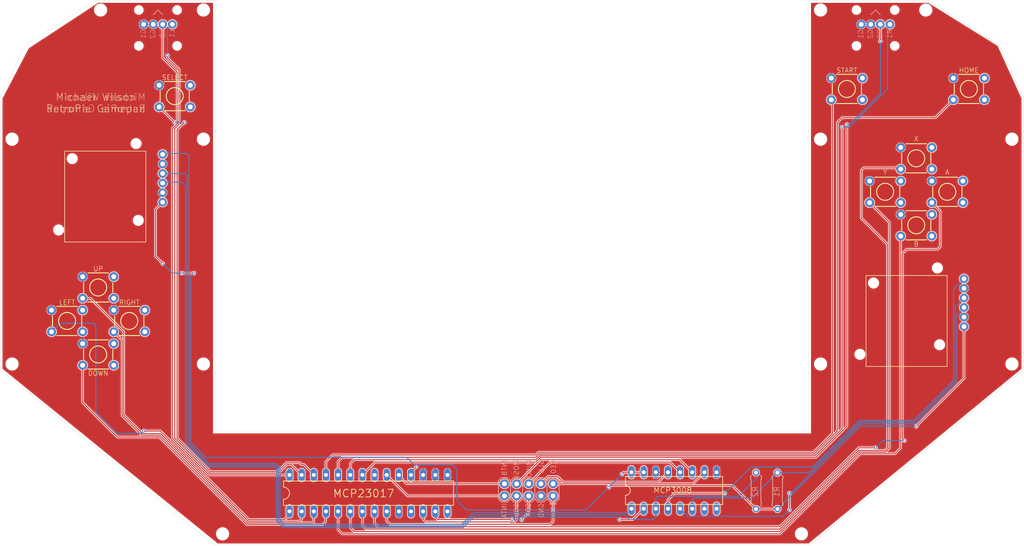
<source format=kicad_pcb>
(kicad_pcb (version 20240108) (generator "pcbnew") (generator_version "8.0")
  (title_block (title "RetroPie Gamepad") (date "2025-02-09") (rev "3"))
  (layers (0 "F.Cu" signal) (31 "B.Cu" signal) (34 "B.Paste" user) (35 "F.Paste" user) (36 "B.SilkS" user "B.Silkscreen") (37 "F.SilkS" user "F.Silkscreen") (38 "B.Mask" user) (39 "F.Mask" user) (44 "Edge.Cuts" user))
  (net 0 "")
  (net 1 "GND")
  (net 2 "MCP23017_GPB1")
  (net 3 "MCP23017_GPB3")
  (net 4 "MCP23017_GPB0")
  (net 5 "MCP23017_GPB2")
  (net 6 "MCP23017_GPB7")
  (net 7 "MCP23017_GPB4")
  (net 8 "MCP23017_GPB6")
  (net 9 "MCP23017_GPB5")
  (net 10 "MCP23017_GPA4")
  (net 11 "MCP23017_GPA5")
  (net 12 "MCP23017_GPA3")
  (net 13 "MCP23017_GPA6")
  (net 14 "MCP23017_GPA7")
  (net 15 "MCP23017_GPA2")
  (net 16 "MCP23017_GPA1")
  (net 17 "MCP3008_CH0")
  (net 18 "MCP3008_CH1")
  (net 19 "MCP3008_CH2")
  (net 20 "VCC")
  (net 21 "MCP3008_CH3")
  (net 22 "MCP3008_CH4")
  (net 23 "MCP3008_CH5")
  (net 24 "MCP3008_CH6")
  (net 25 "MCP3008_CH7")
  (net 26 "PI_SLK")
  (net 27 "PI_MISO")
  (net 28 "PI_MOSI")
  (net 29 "PI_CE0")
  (net 30 "PI_SCL")
  (net 31 "PI_SDA")
  (net 32 "MCP23017_GPA0")
  (net 33 "PI_INTA")
  (net 34 "PI_INTB")
  (footprint "gamepad:TACTILE_SWITCH_PTH_6.0MM_535" (layer "F.Cu") (at 218.5 66.5)
    (property "Reference" "START")
    (property "Value" "MOMENTARY-SWITCH-SPST-PTH-6.0MM" (hide yes))
  )
  (footprint "gamepad:TACTILE_SWITCH_PTH_6.0MM_535" (layer "F.Cu") (at 78 68)
    (property "Reference" "SELECT")
    (property "Value" "MOMENTARY-SWITCH-SPST-PTH-6.0MM" (hide yes))
  )
  (footprint "gamepad:TACTILE_SWITCH_PTH_6.0MM_535" (layer "F.Cu") (at 244 66.5)
    (property "Reference" "HOME")
    (property "Value" "MOMENTARY-SWITCH-SPST-PTH-6.0MM" (hide yes))
  )
  (footprint "gamepad:TACTILE_SWITCH_PTH_6.0MM_535" (layer "F.Cu") (at 233 81)
    (property "Reference" "X")
    (property "Value" "MOMENTARY-SWITCH-SPST-PTH-6.0MM" (hide yes))
  )
  (footprint "gamepad:TACTILE_SWITCH_PTH_6.0MM_535" (layer "F.Cu") (at 62 108)
    (property "Reference" "UP")
    (property "Value" "MOMENTARY-SWITCH-SPST-PTH-6.0MM" (hide yes))
  )
  (footprint "gamepad:TACTILE_SWITCH_PTH_6.0MM_535" (layer "F.Cu") (at 226.5 88)
    (property "Reference" "Y")
    (property "Value" "MOMENTARY-SWITCH-SPST-PTH-6.0MM" (hide yes))
  )
  (footprint "gamepad:TACTILE_SWITCH_PTH_6.0MM_535" (layer "F.Cu") (at 62 122)
    (property "Reference" "DOWN")
    (property "Value" "MOMENTARY-SWITCH-SPST-PTH-6.0MM" (hide yes))
  )
  (footprint "gamepad:TACTILE_SWITCH_PTH_6.0MM_535" (layer "F.Cu") (at 233 95)
    (property "Reference" "B")
    (property "Value" "MOMENTARY-SWITCH-SPST-PTH-6.0MM" (hide yes))
  )
  (footprint "gamepad:5628" (layer "F.Cu") (at 222.5 124.5)
    (property "Reference" "RIGHT_STICK0" (hide yes))
    (property "Value" "5628" (hide yes))
  )
  (footprint "gamepad:TACTILE_SWITCH_PTH_6.0MM_535" (layer "F.Cu") (at 55.5 115)
    (property "Reference" "LEFT")
    (property "Value" "MOMENTARY-SWITCH-SPST-PTH-6.0MM" (hide yes))
  )
  (footprint "gamepad:TACTILE_SWITCH_PTH_6.0MM_535" (layer "F.Cu") (at 239.5 88)
    (property "Reference" "A")
    (property "Value" "MOMENTARY-SWITCH-SPST-PTH-6.0MM" (hide yes))
  )
  (footprint "gamepad:DIL28-3_420" (layer "F.Cu") (at 118.5 151)
    (property "Reference" "IC1" (hide yes))
    (property "Value" "MCP23017")
  )
  (footprint "gamepad:TACTILE_SWITCH_PTH_6.0MM_535" (layer "F.Cu") (at 68.5 115)
    (property "Reference" "RIGHT")
    (property "Value" "MOMENTARY-SWITCH-SPST-PTH-6.0MM" (hide yes))
  )
  (footprint "gamepad:5628" (layer "F.Cu") (at 55 98.5)
    (property "Reference" "LEFT_STICK0" (hide yes))
    (property "Value" "5628" (hide yes))
  )
  (footprint "gamepad:DIL16_420" (layer "F.Cu") (at 182.3711 150.4336)
    (property "Reference" "IC2" (hide yes))
    (property "Value" "MCP3008")
  )
  (footprint "gamepad:2X5_513" (layer "B.Cu") (at 157.08 151.5668 180)
    (property "Reference" "J1" (hide yes))
    (property "Value" "")
  )
  (footprint "gamepad:0207_7_348" (layer "B.Cu") (at 199.5 150.5 -90)
    (property "Reference" "R2")
    (property "Value" "")
  )
  (footprint "gamepad:MJTP2205" (layer "B.Cu") (at 224.5 53)
    (property "Reference" "RIGHT_TRIGGERS0" (hide yes))
    (property "Value" "MJTP2205" (hide yes))
  )
  (footprint "gamepad:0207_7_348" (layer "B.Cu") (at 204 150.5 -90)
    (property "Reference" "R1")
    (property "Value" "")
  )
  (footprint "gamepad:MJTP2205" (layer "B.Cu") (at 74.5 53)
    (property "Reference" "LEFT_TRIGGERS0" (hide yes))
    (property "Value" "MJTP2205" (hide yes))
  )
  (gr_line (start 46.7411 57.3436) (end 41.5011 68.3636) (stroke (width 0.05)) (layer "Edge.Cuts"))
  (gr_line (start 86.5011 162.0736) (end 210.5011 162.0736) (stroke (width 0.05)) (layer "Edge.Cuts"))
  (gr_circle (center 62.5 50) (end 63.85 50) (stroke (width 0.05)) (fill none) (layer "Edge.Cuts"))
  (gr_circle (center 213 50) (end 214.35 50) (stroke (width 0.05)) (fill none) (layer "Edge.Cuts"))
  (gr_circle (center 88 159.5) (end 89.35 159.5) (stroke (width 0.05)) (fill none) (layer "Edge.Cuts"))
  (gr_circle (center 44 77) (end 45.35 77) (stroke (width 0.05)) (fill none) (layer "Edge.Cuts"))
  (gr_line (start 41.5011 68.3636) (end 41.5011 125.1636) (stroke (width 0.05)) (layer "Edge.Cuts"))
  (gr_line (start 86.5011 162.0736) (end 41.5011 125.1636) (stroke (width 0.05)) (layer "Edge.Cuts"))
  (gr_line (start 86.5011 47.9336) (end 61.4911 47.9336) (stroke (width 0.05)) (layer "Edge.Cuts"))
  (gr_circle (center 253 77) (end 254.35 77) (stroke (width 0.05)) (fill none) (layer "Edge.Cuts"))
  (gr_line (start 61.4911 47.9336) (end 46.7411 57.3436) (stroke (width 0.05)) (layer "Edge.Cuts"))
  (gr_circle (center 84 50) (end 85.35 50) (stroke (width 0.05)) (fill none) (layer "Edge.Cuts"))
  (gr_line (start 210.5011 137.9336) (end 86.5011 137.9336) (stroke (width 0.05)) (layer "Edge.Cuts"))
  (gr_circle (center 44 124) (end 45.35 124) (stroke (width 0.05)) (fill none) (layer "Edge.Cuts"))
  (gr_line (start 250.2611 57.3436) (end 235.5111 47.9336) (stroke (width 0.05)) (layer "Edge.Cuts"))
  (gr_circle (center 253 124) (end 254.35 124) (stroke (width 0.05)) (fill none) (layer "Edge.Cuts"))
  (gr_line (start 255.5011 68.3636) (end 250.2611 57.3436) (stroke (width 0.05)) (layer "Edge.Cuts"))
  (gr_line (start 86.5011 137.9336) (end 86.5011 47.9336) (stroke (width 0.05)) (layer "Edge.Cuts"))
  (gr_line (start 255.5011 125.1636) (end 255.5011 68.3636) (stroke (width 0.05)) (layer "Edge.Cuts"))
  (gr_line (start 235.5111 47.9336) (end 210.5011 47.9336) (stroke (width 0.05)) (layer "Edge.Cuts"))
  (gr_circle (center 213 77) (end 214.35 77) (stroke (width 0.05)) (fill none) (layer "Edge.Cuts"))
  (gr_line (start 210.5011 162.0736) (end 255.5011 125.1636) (stroke (width 0.05)) (layer "Edge.Cuts"))
  (gr_circle (center 213 124) (end 214.35 124) (stroke (width 0.05)) (fill none) (layer "Edge.Cuts"))
  (gr_circle (center 209 159.5) (end 210.35 159.5) (stroke (width 0.05)) (fill none) (layer "Edge.Cuts"))
  (gr_circle (center 84 124) (end 85.35 124) (stroke (width 0.05)) (fill none) (layer "Edge.Cuts"))
  (gr_circle (center 235 50) (end 236.35 50) (stroke (width 0.05)) (fill none) (layer "Edge.Cuts"))
  (gr_line (start 210.5011 47.9336) (end 210.5011 137.9336) (stroke (width 0.05)) (layer "Edge.Cuts"))
  (gr_circle (center 84 77) (end 85.35 77) (stroke (width 0.05)) (fill none) (layer "Edge.Cuts"))
  (gr_text "SDA" (at 152.5 153 90) (layer "B.SilkS") (effects (font (size 1 1) (thickness 0.1)) (justify left bottom mirror)))
  (gr_text "GND" (at 155.2 153 90) (layer "B.SilkS") (effects (font (size 1 1) (thickness 0.1)) (justify left bottom mirror)))
  (gr_text "MISO" (at 152.7 144 90) (layer "B.SilkS") (effects (font (size 1 1) (thickness 0.1)) (justify left bottom mirror)))
  (gr_text "INTA" (at 147.5 153 90) (layer "B.SilkS") (effects (font (size 1 1) (thickness 0.1)) (justify left bottom mirror)))
  (gr_text "MOSI" (at 150 144 90) (layer "B.SilkS") (effects (font (size 1 1) (thickness 0.1)) (justify left bottom mirror)))
  (gr_text "CE0" (at 157.75 144 90) (layer "B.SilkS") (effects (font (size 1 1) (thickness 0.1)) (justify left bottom mirror)))
  (gr_text "SLK" (at 155.2 144 90) (layer "B.SilkS") (effects (font (size 1 1) (thickness 0.1)) (justify left bottom mirror)))
  (gr_text "INTB" (at 147.5 144 90) (layer "B.SilkS") (effects (font (size 1 1) (thickness 0.1)) (justify left bottom mirror)))
  (gr_text "Michael Wilson\nRetroPie Gamepad" (at 72 71.5 0) (layer "B.SilkS") (effects (font (size 1.5 1.5) (thickness 0.1)) (justify left bottom mirror)))
  (gr_text "SCL" (at 150 153 90) (layer "B.SilkS") (effects (font (size 1 1) (thickness 0.1)) (justify left bottom mirror)))
  (gr_text "Michael Wilson\nRetroPie Gamepad" (at 61.5 71.5 0) (layer "F.SilkS") (effects (font (size 1.5 1.5) (thickness 0.1)) (justify bottom)))
  (segment (start 104.53 156.47) (end 104.1476 156.8524) (width 0.2) (layer "F.Cu") (net 2))
  (segment (start 104.1476 156.8524) (end 93.3524 156.8524) (width 0.2) (layer "F.Cu") (net 2))
  (segment (start 60.347713 110.2606) (end 58.7488 110.2606) (width 0.2) (layer "F.Cu") (net 2))
  (segment (start 71.271188 138.5524) (end 67.3524 134.633612) (width 0.2) (layer "F.Cu") (net 2))
  (segment (start 93.3524 156.8524) (end 75.0524 138.5524) (width 0.2) (layer "F.Cu") (net 2))
  (segment (start 75.0524 138.5524) (end 71.271188 138.5524) (width 0.2) (layer "F.Cu") (net 2))
  (segment (start 67.3524 117.265287) (end 60.347713 110.2606) (width 0.2) (layer "F.Cu") (net 2))
  (segment (start 67.3524 134.633612) (end 67.3524 117.265287) (width 0.2) (layer "F.Cu") (net 2))
  (segment (start 104.53 154.81) (end 104.53 156.47) (width 0.2) (layer "F.Cu") (net 2))
  (segment (start 109.5 157) (end 108.9428 157.5572) (width 0.2) (layer "F.Cu") (net 3))
  (segment (start 109.5 154.92) (end 109.5 157) (width 0.2) (layer "F.Cu") (net 3))
  (segment (start 108.9428 157.5572) (end 93.0572 157.5572) (width 0.2) (layer "F.Cu") (net 3))
  (segment (start 74.7572 139.2572) (end 65.975988 139.2572) (width 0.2) (layer "F.Cu") (net 3))
  (segment (start 93.0572 157.5572) (end 74.7572 139.2572) (width 0.2) (layer "F.Cu") (net 3))
  (segment (start 65.975988 139.2572) (end 58.7488 132.030012) (width 0.2) (layer "F.Cu") (net 3))
  (segment (start 109.61 154.81) (end 109.5 154.92) (width 0.2) (layer "F.Cu") (net 3))
  (segment (start 58.7488 132.030012) (end 58.7488 124.2606) (width 0.2) (layer "F.Cu") (net 3))
  (segment (start 75 138) (end 93.5 156.5) (width 0.2) (layer "F.Cu") (net 4))
  (segment (start 93.5 156.5) (end 101 156.5) (width 0.2) (layer "F.Cu") (net 4))
  (segment (start 101 156.5) (end 101.99 155.51) (width 0.2) (layer "F.Cu") (net 4))
  (segment (start 71.5 138) (end 75 138) (width 0.2) (layer "F.Cu") (net 4))
  (segment (start 101.99 155.51) (end 101.99 154.81) (width 0.2) (layer "F.Cu") (net 4))
  (via (at 71.5 138) (size 0.6) (drill 0.3) (layers "F.Cu" "B.Cu") (net 4))
  (segment (start 54 115.5) (end 53.5 116) (width 0.2) (layer "B.Cu") (net 4))
  (segment (start 53.5 116.0094) (end 52.2488 117.2606) (width 0.2) (layer "B.Cu") (net 4))
  (segment (start 61.5 116) (end 61 115.5) (width 0.2) (layer "B.Cu") (net 4))
  (segment (start 61 115.5) (end 54 115.5) (width 0.2) (layer "B.Cu") (net 4))
  (segment (start 53.5 116) (end 53.5 116.0094) (width 0.2) (layer "B.Cu") (net 4))
  (segment (start 71 138.5) (end 66 138.5) (width 0.2) (layer "B.Cu") (net 4))
  (segment (start 61.5 134) (end 61.5 116) (width 0.2) (layer "B.Cu") (net 4))
  (segment (start 71.5 138) (end 71 138.5) (width 0.2) (layer "B.Cu") (net 4))
  (segment (start 66 138.5) (end 61.5 134) (width 0.2) (layer "B.Cu") (net 4))
  (segment (start 107.07 154.81) (end 107.07 156.93) (width 0.2) (layer "F.Cu") (net 5))
  (segment (start 67 134.779581) (end 67 119.0118) (width 0.2) (layer "F.Cu") (net 5))
  (segment (start 107.07 156.93) (end 106.7952 157.2048) (width 0.2) (layer "F.Cu") (net 5))
  (segment (start 74.9048 138.9048) (end 71.125219 138.9048) (width 0.2) (layer "F.Cu") (net 5))
  (segment (start 107.07 154.81) (end 107.07 154.57) (width 0.2) (layer "F.Cu") (net 5))
  (segment (start 71.125219 138.9048) (end 67 134.779581) (width 0.2) (layer "F.Cu") (net 5))
  (segment (start 93.2048 157.2048) (end 74.9048 138.9048) (width 0.2) (layer "F.Cu") (net 5))
  (segment (start 106.7952 157.2048) (end 93.2048 157.2048) (width 0.2) (layer "F.Cu") (net 5))
  (segment (start 67 119.0118) (end 65.2488 117.2606) (width 0.2) (layer "F.Cu") (net 5))
  (segment (start 120.5 158) (end 119.77 157.27) (width 0.2) (layer "F.Cu") (net 6))
  (segment (start 238 92.0118) (end 238 99.5) (width 0.2) (layer "F.Cu") (net 6))
  (segment (start 230.1012 100.8988) (end 230.1012 139.6012) (width 0.2) (layer "F.Cu") (net 6))
  (segment (start 224.5 141.5) (end 221 141.5) (width 0.2) (layer "F.Cu") (net 6))
  (segment (start 119.77 157.27) (end 119.77 154.81) (width 0.2) (layer "F.Cu") (net 6))
  (segment (start 221 141.5) (end 204.5 158) (width 0.2) (layer "F.Cu") (net 6))
  (segment (start 237.5 100) (end 231 100) (width 0.2) (layer "F.Cu") (net 6))
  (segment (start 238 99.5) (end 237.5 100) (width 0.2) (layer "F.Cu") (net 6))
  (segment (start 204.5 158) (end 120.5 158) (width 0.2) (layer "F.Cu") (net 6))
  (segment (start 236.2488 90.2606) (end 238 92.0118) (width 0.2) (layer "F.Cu") (net 6))
  (segment (start 231 100) (end 230.1012 100.8988) (width 0.2) (layer "F.Cu") (net 6))
  (segment (start 230.1012 139.6012) (end 230.5 140) (width 0.2) (layer "F.Cu") (net 6))
  (via (at 224.5 141.5) (size 0.6) (drill 0.3) (layers "F.Cu" "B.Cu") (net 6))
  (via (at 230.5 140) (size 0.6) (drill 0.3) (layers "F.Cu" "B.Cu") (net 6))
  (segment (start 224.5 141.5) (end 226 140) (width 0.2) (layer "B.Cu") (net 6))
  (segment (start 226 140) (end 230.5 140) (width 0.2) (layer "B.Cu") (net 6))
  (segment (start 112.15 158.65) (end 113 159.5) (width 0.2) (layer "F.Cu") (net 7))
  (segment (start 113 159.5) (end 204.5 159.5) (width 0.2) (layer "F.Cu") (net 7))
  (segment (start 112.15 154.81) (end 112.15 158.65) (width 0.2) (layer "F.Cu") (net 7))
  (segment (start 221.2428 142.7572) (end 228.52075 142.7572) (width 0.2) (layer "F.Cu") (net 7))
  (segment (start 228.52075 142.7572) (end 229.7488 141.52915) (width 0.2) (layer "F.Cu") (net 7))
  (segment (start 204.5 159.5) (end 221.2428 142.7572) (width 0.2) (layer "F.Cu") (net 7))
  (segment (start 229.7488 141.52915) (end 229.7488 97.2606) (width 0.2) (layer "F.Cu") (net 7))
  (segment (start 117.23 157.73) (end 118 158.5) (width 0.2) (layer "F.Cu") (net 8))
  (segment (start 227 141.5) (end 227 99) (width 0.2) (layer "F.Cu") (net 8))
  (segment (start 117.23 154.81) (end 117.23 157.73) (width 0.2) (layer "F.Cu") (net 8))
  (segment (start 226.4476 142.0524) (end 227 141.5) (width 0.2) (layer "F.Cu") (net 8))
  (segment (start 222 83) (end 229.4882 83) (width 0.2) (layer "F.Cu") (net 8))
  (segment (start 227 99) (end 221.5 93.5) (width 0.2) (layer "F.Cu") (net 8))
  (segment (start 118 158.5) (end 204.5 158.5) (width 0.2) (layer "F.Cu") (net 8))
  (segment (start 229.4882 83) (end 229.7488 83.2606) (width 0.2) (layer "F.Cu") (net 8))
  (segment (start 221.5 93.5) (end 221.5 83.5) (width 0.2) (layer "F.Cu") (net 8))
  (segment (start 204.5 158.5) (end 220.9476 142.0524) (width 0.2) (layer "F.Cu") (net 8))
  (segment (start 221.5 83.5) (end 222 83) (width 0.2) (layer "F.Cu") (net 8))
  (segment (start 220.9476 142.0524) (end 226.4476 142.0524) (width 0.2) (layer "F.Cu") (net 8))
  (segment (start 227.3524 94.3642) (end 223.2488 90.2606) (width 0.2) (layer "F.Cu") (net 9))
  (segment (start 221.0952 142.4048) (end 226.593568 142.4048) (width 0.2) (layer "F.Cu") (net 9))
  (segment (start 114.69 158.19) (end 115.5 159) (width 0.2) (layer "F.Cu") (net 9))
  (segment (start 226.998369 142) (end 227.3524 141.645969) (width 0.2) (layer "F.Cu") (net 9))
  (segment (start 227.3524 141.645969) (end 227.3524 94.3642) (width 0.2) (layer "F.Cu") (net 9))
  (segment (start 115.5 159) (end 204.5 159) (width 0.2) (layer "F.Cu") (net 9))
  (segment (start 114.69 154.81) (end 114.69 158.19) (width 0.2) (layer "F.Cu") (net 9))
  (segment (start 226.593568 142.4048) (end 226.998369 142) (width 0.2) (layer "F.Cu") (net 9))
  (segment (start 204.5 159) (end 221.0952 142.4048) (width 0.2) (layer "F.Cu") (net 9))
  (segment (start 211.562096 142.4428) (end 215.5 138.504896) (width 0.2) (layer "F.Cu") (net 10))
  (segment (start 154.050526 142.4428) (end 211.562096 142.4428) (width 0.2) (layer "F.Cu") (net 10))
  (segment (start 153.844095 142.649231) (end 154.050526 142.4428) (width 0.2) (layer "F.Cu") (net 10))
  (segment (start 215.5 138.504896) (end 215.5 69.0118) (width 0.2) (layer "F.Cu") (net 10))
  (segment (start 215.5 69.0118) (end 215.2488 68.7606) (width 0.2) (layer "F.Cu") (net 10))
  (segment (start 111 143) (end 153.493327 143) (width 0.2) (layer "F.Cu") (net 10))
  (segment (start 109.61 147.19) (end 109.61 144.39) (width 0.2) (layer "F.Cu") (net 10))
  (segment (start 153.493327 143) (end 153.844095 142.649231) (width 0.2) (layer "F.Cu") (net 10))
  (segment (start 109.61 144.39) (end 111 143) (width 0.2) (layer "F.Cu") (net 10))
  (segment (start 78.5 75) (end 80 73.5) (width 0.2) (layer "F.Cu") (net 11))
  (segment (start 78.5 139.501632) (end 78.5 75) (width 0.2) (layer "F.Cu") (net 11))
  (segment (start 104.1476 144.6476) (end 101.3376 144.6476) (width 0.2) (layer "F.Cu") (net 11))
  (segment (start 107.07 147.19) (end 107.07 147.07) (width 0.2) (layer "F.Cu") (net 11))
  (segment (start 74.7488 70.2606) (end 77.9882 73.5) (width 0.2) (layer "F.Cu") (net 11))
  (segment (start 99.5 146.4852) (end 85.483568 146.4852) (width 0.2) (layer "F.Cu") (net 11))
  (segment (start 104.5 145) (end 104.1476 144.6476) (width 0.2) (layer "F.Cu") (net 11))
  (segment (start 107.07 147.07) (end 105 145) (width 0.2) (layer "F.Cu") (net 11))
  (segment (start 77.9882 73.5) (end 78 73.5) (width 0.2) (layer "F.Cu") (net 11))
  (segment (start 101.3376 144.6476) (end 99.5 146.4852) (width 0.2) (layer "F.Cu") (net 11))
  (segment (start 105 145) (end 104.5 145) (width 0.2) (layer "F.Cu") (net 11))
  (segment (start 85.483568 146.4852) (end 78.5 139.501632) (width 0.2) (layer "F.Cu") (net 11))
  (via (at 80 73.5) (size 0.6) (drill 0.3) (layers "F.Cu" "B.Cu") (net 11))
  (via (at 78 73.5) (size 0.6) (drill 0.3) (layers "F.Cu" "B.Cu") (net 11))
  (segment (start 80 73.5) (end 78 73.5) (width 0.2) (layer "B.Cu") (net 11))
  (segment (start 112.15 144.35) (end 113 143.5) (width 0.2) (layer "F.Cu") (net 12))
  (segment (start 217.5 72.5) (end 237.0094 72.5) (width 0.2) (layer "F.Cu") (net 12))
  (segment (start 237.0094 72.5) (end 240.7488 68.7606) (width 0.2) (layer "F.Cu") (net 12))
  (segment (start 154.196495 142.7952) (end 211.708064 142.7952) (width 0.2) (layer "F.Cu") (net 12))
  (segment (start 113 143.5) (end 153.491695 143.5) (width 0.2) (layer "F.Cu") (net 12))
  (segment (start 211.708064 142.7952) (end 216.5 138.003264) (width 0.2) (layer "F.Cu") (net 12))
  (segment (start 216.5 138.003264) (end 216.5 73.5) (width 0.2) (layer "F.Cu") (net 12))
  (segment (start 112.15 147.19) (end 112.15 144.35) (width 0.2) (layer "F.Cu") (net 12))
  (segment (start 216.5 73.5) (end 217.5 72.5) (width 0.2) (layer "F.Cu") (net 12))
  (segment (start 153.491695 143.5) (end 154.196495 142.7952) (width 0.2) (layer "F.Cu") (net 12))
  (segment (start 78.9048 62.4048) (end 78.9048 73.87478) (width 0.2) (layer "F.Cu") (net 13))
  (segment (start 102.34 145) (end 104.53 147.19) (width 0.2) (layer "F.Cu") (net 13))
  (segment (start 101.5 145) (end 102.34 145) (width 0.2) (layer "F.Cu") (net 13))
  (segment (start 76.5 60) (end 78.9048 62.4048) (width 0.2) (layer "F.Cu") (net 13))
  (segment (start 76.5 59.5) (end 76.5 60) (width 0.2) (layer "F.Cu") (net 13))
  (segment (start 78 74.77958) (end 78 139.5) (width 0.2) (layer "F.Cu") (net 13))
  (segment (start 78 139.5) (end 85.3376 146.8376) (width 0.2) (layer "F.Cu") (net 13))
  (segment (start 99.6624 146.8376) (end 101.5 145) (width 0.2) (layer "F.Cu") (net 13))
  (segment (start 78.9048 73.87478) (end 78 74.77958) (width 0.2) (layer "F.Cu") (net 13))
  (segment (start 85.3376 146.8376) (end 99.6624 146.8376) (width 0.2) (layer "F.Cu") (net 13))
  (via (at 76.5 59.5) (size 0.6) (drill 0.3) (layers "F.Cu" "B.Cu") (net 13))
  (segment (start 76.5 59.5) (end 76.5 54) (width 0.2) (layer "B.Cu") (net 13))
  (segment (start 76.5 54) (end 77.5 53) (width 0.2) (layer "B.Cu") (net 13))
  (segment (start 77.5 139.5) (end 77.5 74.781212) (width 0.2) (layer "F.Cu") (net 14))
  (segment (start 75.5 60) (end 75.5 53) (width 0.2) (layer "F.Cu") (net 14))
  (segment (start 78.5 63) (end 75.5 60) (width 0.2) (layer "F.Cu") (net 14))
  (segment (start 101.99 147.19) (end 85.19 147.19) (width 0.2) (layer "F.Cu") (net 14))
  (segment (start 78.5 73.218788) (end 78.5 63) (width 0.2) (layer "F.Cu") (net 14))
  (segment (start 77.5 74.781212) (end 78.5524 73.728812) (width 0.2) (layer "F.Cu") (net 14))
  (segment (start 85.19 147.19) (end 77.5 139.5) (width 0.2) (layer "F.Cu") (net 14))
  (segment (start 78.5524 73.271188) (end 78.5 73.218788) (width 0.2) (layer "F.Cu") (net 14))
  (segment (start 78.5524 73.728812) (end 78.5524 73.271188) (width 0.2) (layer "F.Cu") (net 14))
  (segment (start 154.342464 143.1476) (end 153.490064 144) (width 0.2) (layer "F.Cu") (net 15))
  (segment (start 217.5 74.5) (end 217.5 137.501632) (width 0.2) (layer "F.Cu") (net 15))
  (segment (start 114.69 144.81) (end 114.69 147.19) (width 0.2) (layer "F.Cu") (net 15))
  (segment (start 115.5 144) (end 114.69 144.81) (width 0.2) (layer "F.Cu") (net 15))
  (segment (start 217.5 137.501632) (end 211.854032 143.1476) (width 0.2) (layer "F.Cu") (net 15))
  (segment (start 153.490064 144) (end 115.5 144) (width 0.2) (layer "F.Cu") (net 15))
  (segment (start 211.854032 143.1476) (end 154.342464 143.1476) (width 0.2) (layer "F.Cu") (net 15))
  (via (at 217.5 74.5) (size 0.6) (drill 0.3) (layers "F.Cu" "B.Cu") (net 15))
  (segment (start 227 66.5) (end 227 53.5) (width 0.2) (layer "B.Cu") (net 15))
  (segment (start 227.5 53) (end 227.5 52.5) (width 0.2) (layer "B.Cu") (net 15))
  (segment (start 219 74.5) (end 227 66.5) (width 0.2) (layer "B.Cu") (net 15))
  (segment (start 227 53.5) (end 227.5 53) (width 0.2) (layer "B.Cu") (net 15))
  (segment (start 217.5 74.5) (end 219 74.5) (width 0.2) (layer "B.Cu") (net 15))
  (segment (start 218.5 73.9476) (end 218.5 137) (width 0.2) (layer "F.Cu") (net 16))
  (segment (start 225.5 53) (end 225.5 56.5) (width 0.2) (layer "F.Cu") (net 16))
  (segment (start 153.488432 144.5) (end 119.92 144.5) (width 0.2) (layer "F.Cu") (net 16))
  (segment (start 154.488432 143.5) (end 153.488432 144.5) (width 0.2) (layer "F.Cu") (net 16))
  (segment (start 119.92 144.5) (end 117.23 147.19) (width 0.2) (layer "F.Cu") (net 16))
  (segment (start 212 143.5) (end 154.488432 143.5) (width 0.2) (layer "F.Cu") (net 16))
  (segment (start 218.5 137) (end 212 143.5) (width 0.2) (layer "F.Cu") (net 16))
  (via (at 225.5 56.5) (size 0.6) (drill 0.3) (layers "F.Cu" "B.Cu") (net 16))
  (via (at 218.5 73.9476) (size 0.6) (drill 0.3) (layers "F.Cu" "B.Cu") (net 16))
  (segment (start 225.5 67.5) (end 219 74) (width 0.2) (layer "B.Cu") (net 16))
  (segment (start 219 74) (end 218.5524 74) (width 0.2) (layer "B.Cu") (net 16))
  (segment (start 218.5524 74) (end 218.5 73.9476) (width 0.2) (layer "B.Cu") (net 16))
  (segment (start 225.5 56.5) (end 225.5 67.5) (width 0.2) (layer "B.Cu") (net 16))
  (segment (start 140 155.5) (end 140.001632 155.5) (width 0.2) (layer "B.Cu") (net 17))
  (segment (start 85.2952 144.7952) (end 99.293569 144.7952) (width 0.2) (layer "B.Cu") (net 17))
  (segment (start 75.475 80.175) (end 75.65 80) (width 0.2) (layer "B.Cu") (net 17))
  (segment (start 81 140.5) (end 85.2952 144.7952) (width 0.2) (layer "B.Cu") (net 17))
  (segment (start 138 157.5) (end 140 155.5) (width 0.2) (layer "B.Cu") (net 17))
  (segment (start 140.001632 155.5) (end 140.449232 155.0524) (width 0.2) (layer "B.Cu") (net 17))
  (segment (start 100 156.5) (end 101 157.5) (width 0.2) (layer "B.Cu") (net 17))
  (segment (start 140.449232 155.0524) (end 172.6723 155.0524) (width 0.2) (layer "B.Cu") (net 17))
  (segment (start 101 157.5) (end 138 157.5) (width 0.2) (layer "B.Cu") (net 17))
  (segment (start 172.6723 155.0524) (end 173.4811 154.2436) (width 0.2) (layer "B.Cu") (net 17))
  (segment (start 100 145.501631) (end 100 156.5) (width 0.2) (layer "B.Cu") (net 17))
  (segment (start 81 80.5) (end 81 140.5) (width 0.2) (layer "B.Cu") (net 17))
  (segment (start 80.5 80) (end 81 80.5) (width 0.2) (layer "B.Cu") (net 17))
  (segment (start 75.65 80) (end 80.5 80) (width 0.2) (layer "B.Cu") (net 17))
  (segment (start 99.293569 144.7952) (end 100 145.501631) (width 0.2) (layer "B.Cu") (net 17))
  (segment (start 171 156.5) (end 173.7647 156.5) (width 0.2) (layer "F.Cu") (net 18))
  (segment (start 173.7647 156.5) (end 176.0211 154.2436) (width 0.2) (layer "F.Cu") (net 18))
  (via (at 171 156.5) (size 0.6) (drill 0.3) (layers "F.Cu" "B.Cu") (net 18))
  (segment (start 79.5 86) (end 80.2572 86.7572) (width 0.2) (layer "B.Cu") (net 18))
  (segment (start 80.2572 86.7572) (end 80.2572 140.7572) (width 0.2) (layer "B.Cu") (net 18))
  (segment (start 100.706431 158.2048) (end 138.2952 158.2048) (width 0.2) (layer "B.Cu") (net 18))
  (segment (start 100.5 158) (end 100.501631 158) (width 0.2) (layer "B.Cu") (net 18))
  (segment (start 75.475 86.175) (end 75.65 86) (width 0.2) (layer "B.Cu") (net 18))
  (segment (start 85 145.5) (end 99 145.5) (width 0.2) (layer "B.Cu") (net 18))
  (segment (start 75.65 86) (end 79.5 86) (width 0.2) (layer "B.Cu") (net 18))
  (segment (start 170.5 156) (end 171 156.5) (width 0.2) (layer "B.Cu") (net 18))
  (segment (start 138.2952 158.2048) (end 140.5 156) (width 0.2) (layer "B.Cu") (net 18))
  (segment (start 100.501631 158) (end 100.706431 158.2048) (width 0.2) (layer "B.Cu") (net 18))
  (segment (start 99 145.5) (end 99.2952 145.7952) (width 0.2) (layer "B.Cu") (net 18))
  (segment (start 140.5 156) (end 170.5 156) (width 0.2) (layer "B.Cu") (net 18))
  (segment (start 80.2572 140.7572) (end 85 145.5) (width 0.2) (layer "B.Cu") (net 18))
  (segment (start 99.2952 145.7952) (end 99.2952 156.7952) (width 0.2) (layer "B.Cu") (net 18))
  (segment (start 99.2952 156.7952) (end 100.5 158) (width 0.2) (layer "B.Cu") (net 18))
  (segment (start 195.808394 151.6476) (end 178.9135 151.6476) (width 0.2) (layer "B.Cu") (net 19))
  (segment (start 75.475 84.175) (end 80.175 84.175) (width 0.2) (layer "B.Cu") (net 19))
  (segment (start 178.9135 151.6476) (end 178.5611 152) (width 0.2) (layer "B.Cu") (net 19))
  (segment (start 80.6096 84.6096) (end 80.6096 140.6096) (width 0.2) (layer "B.Cu") (net 19))
  (segment (start 140.5 155.5) (end 172 155.5) (width 0.2) (layer "B.Cu") (net 19))
  (segment (start 138.1476 157.8524) (end 140.5 155.5) (width 0.2) (layer "B.Cu") (net 19))
  (segment (start 85.1476 145.1476) (end 99.1476 145.1476) (width 0.2) (layer "B.Cu") (net 19))
  (segment (start 100.8524 157.8524) (end 138.1476 157.8524) (width 0.2) (layer "B.Cu") (net 19))
  (segment (start 178.5611 152) (end 178.5611 154.2436) (width 0.2) (layer "B.Cu") (net 19))
  (segment (start 178 156.5) (end 178.5611 155.9389) (width 0.2) (layer "B.Cu") (net 19))
  (segment (start 172 155.5) (end 173 156.5) (width 0.2) (layer "B.Cu") (net 19))
  (segment (start 199.5 146.69) (end 199.5 147.955994) (width 0.2) (layer "B.Cu") (net 19))
  (segment (start 178.5611 155.9389) (end 178.5611 154.2436) (width 0.2) (layer "B.Cu") (net 19))
  (segment (start 99.6476 156.6476) (end 100.8524 157.8524) (width 0.2) (layer "B.Cu") (net 19))
  (segment (start 80.175 84.175) (end 80.6096 84.6096) (width 0.2) (layer "B.Cu") (net 19))
  (segment (start 99.1476 145.1476) (end 99.6476 145.6476) (width 0.2) (layer "B.Cu") (net 19))
  (segment (start 99.6476 145.6476) (end 99.6476 156.6476) (width 0.2) (layer "B.Cu") (net 19))
  (segment (start 173 156.5) (end 178 156.5) (width 0.2) (layer "B.Cu") (net 19))
  (segment (start 80.6096 140.6096) (end 85.1476 145.1476) (width 0.2) (layer "B.Cu") (net 19))
  (segment (start 199.5 147.955994) (end 195.808394 151.6476) (width 0.2) (layer "B.Cu") (net 19))
  (segment (start 75.475 90.175) (end 74 91.65) (width 0.2) (layer "F.Cu") (net 20))
  (segment (start 157.08 156.92) (end 157.08 154.5) (width 0.2) (layer "F.Cu") (net 20))
  (segment (start 74 101.5) (end 75.5 103) (width 0.2) (layer "F.Cu") (net 20))
  (segment (start 176.0211 146.6236) (end 173.4811 146.6236) (width 0.2) (layer "F.Cu") (net 20))
  (segment (start 127.39 146.61) (end 128.5 145.5) (width 0.2) (layer "F.Cu") (net 20))
  (segment (start 122.31 154.81) (end 122.31 156.81) (width 0.2) (layer "F.Cu") (net 20))
  (segment (start 173.4811 146.6236) (end 171.8764 146.6236) (width 0.2) (layer "F.Cu") (net 20))
  (segment (start 242.975 116.175) (end 242.975 127.025) (width 0.2) (layer "F.Cu") (net 20))
  (segment (start 74 91.65) (end 74 101.5) (width 0.2) (layer "F.Cu") (net 20))
  (segment (start 157.08 154.5) (end 157.08 151.5668) (width 0.2) (layer "F.Cu") (net 20))
  (segment (start 156.5 157.5) (end 157.08 156.92) (width 0.2) (layer "F.Cu") (net 20))
  (segment (start 168.75 149.75) (end 169.1208 149.3792) (width 0.2) (layer "F.Cu") (net 20))
  (segment (start 169.1208 149.3792) (end 194.5692 149.3792) (width 0.2) (layer "F.Cu") (net 20))
  (segment (start 194.5692 149.3792) (end 199.5 154.31) (width 0.2) (layer "F.Cu") (net 20))
  (segment (start 242.975 127.025) (end 233 137) (width 0.2) (layer "F.Cu") (net 20))
  (segment (start 204 154.31) (end 199.5 154.31) (width 0.2) (layer "F.Cu") (net 20))
  (segment (start 122.31 156.81) (end 123 157.5) (width 0.2) (layer "F.Cu") (net 20))
  (segment (start 171.8764 146.6236) (end 171.5 147) (width 0.2) (layer "F.Cu") (net 20))
  (segment (start 123 157.5) (end 156.5 157.5) (width 0.2) (layer "F.Cu") (net 20))
  (segment (start 127.39 147.19) (end 127.39 146.61) (width 0.2) (layer "F.Cu") (net 20))
  (segment (start 82 105) (end 79.5 105) (width 0.2) (layer "F.Cu") (net 20))
  (via (at 157.08 154.5) (size 0.6) (drill 0.3) (layers "F.Cu" "B.Cu") (net 20))
  (via (at 128.5 145.5) (size 0.6) (drill 0.3) (layers "F.Cu" "B.Cu") (net 20))
  (via (at 75.5 103) (size 0.6) (drill 0.3) (layers "F.Cu" "B.Cu") (net 20))
  (via (at 171.5 147) (size 0.6) (drill 0.3) (layers "F.Cu" "B.Cu") (net 20))
  (via (at 233 137) (size 0.6) (drill 0.3) (layers "F.Cu" "B.Cu") (net 20))
  (via (at 82 105) (size 0.6) (drill 0.3) (layers "F.Cu" "B.Cu") (net 20))
  (via (at 168.75 149.75) (size 0.6) (drill 0.3) (layers "F.Cu" "B.Cu") (net 20))
  (via (at 79.5 105) (size 0.6) (drill 0.3) (layers "F.Cu" "B.Cu") (net 20))
  (segment (start 136 145) (end 129 145) (width 0.2) (layer "B.Cu") (net 20))
  (segment (start 137 152.5) (end 137 146) (width 0.2) (layer "B.Cu") (net 20))
  (segment (start 221.31 137) (end 204 154.31) (width 0.2) (layer "B.Cu") (net 20))
  (segment (start 233 137) (end 221.31 137) (width 0.2) (layer "B.Cu") (net 20))
  (segment (start 84.5 143.5) (end 81.3524 140.3524) (width 0.2) (layer "B.Cu") (net 20))
  (segment (start 139 154.5) (end 137 152.5) (width 0.2) (layer "B.Cu") (net 20))
  (segment (start 77.5 105) (end 75.5 103) (width 0.2) (layer "B.Cu") (net 20))
  (segment (start 128.5 145.5) (end 126.5 143.5) (width 0.2) (layer "B.Cu") (net 20))
  (segment (start 81.3524 105.6476) (end 82 105) (width 0.2) (layer "B.Cu") (net 20))
  (segment (start 164 154.5) (end 157.08 154.5) (width 0.2) (layer "B.Cu") (net 20))
  (segment (start 79.5 105) (end 77.5 105) (width 0.2) (layer "B.Cu") (net 20))
  (segment (start 171.5 147) (end 168.75 149.75) (width 0.2) (layer "B.Cu") (net 20))
  (segment (start 137 146) (end 136 145) (width 0.2) (layer "B.Cu") (net 20))
  (segment (start 129 145) (end 128.5 145.5) (width 0.2) (layer "B.Cu") (net 20))
  (segment (start 126.5 143.5) (end 84.5 143.5) (width 0.2) (layer "B.Cu") (net 20))
  (segment (start 168.75 149.75) (end 164 154.5) (width 0.2) (layer "B.Cu") (net 20))
  (segment (start 81.3524 140.3524) (end 81.3524 105.6476) (width 0.2) (layer "B.Cu") (net 20))
  (segment (start 157.08 154.5) (end 139 154.5) (width 0.2) (layer "B.Cu") (net 20))
  (segment (start 193 151) (end 182.5 151) (width 0.2) (layer "F.Cu") (net 21))
  (segment (start 181.1011 152.3989) (end 181.1011 154.2436) (width 0.2) (layer "F.Cu") (net 21))
  (segment (start 182.5 151) (end 181.1011 152.3989) (width 0.2) (layer "F.Cu") (net 21))
  (via (at 193 151) (size 0.6) (drill 0.3) (layers "F.Cu" "B.Cu") (net 21))
  (segment (start 240.7952 127.426852) (end 232.426852 135.7952) (width 0.2) (layer "B.Cu") (net 21))
  (segment (start 198.5 145.5) (end 193 151) (width 0.2) (layer "B.Cu") (net 21))
  (segment (start 232.426852 135.7952) (end 221.019696 135.7952) (width 0.2) (layer "B.Cu") (net 21))
  (segment (start 242.975 105.675) (end 242.325 105.675) (width 0.2) (layer "B.Cu") (net 21))
  (segment (start 242.975 106.175) (end 240.7952 108.3548) (width 0.2) (layer "B.Cu") (net 21))
  (segment (start 221.019696 135.7952) (end 211.314896 145.5) (width 0.2) (layer "B.Cu") (net 21))
  (segment (start 240.7952 108.3548) (end 240.7952 127.426852) (width 0.2) (layer "B.Cu") (net 21))
  (segment (start 211.314896 145.5) (end 198.5 145.5) (width 0.2) (layer "B.Cu") (net 21))
  (segment (start 206.5 154.5) (end 206.5 151) (width 0.2) (layer "F.Cu") (net 22))
  (via (at 206.5 154.5) (size 0.6) (drill 0.3) (layers "F.Cu" "B.Cu") (net 22))
  (via (at 206.5 151) (size 0.6) (drill 0.3) (layers "F.Cu" "B.Cu") (net 22))
  (segment (start 185.2143 155.8168) (end 205.1832 155.8168) (width 0.2) (layer "B.Cu") (net 22))
  (segment (start 205.1832 155.8168) (end 206.5 154.5) (width 0.2) (layer "B.Cu") (net 22))
  (segment (start 206.5 151) (end 206.811632 151) (width 0.2) (layer "B.Cu") (net 22))
  (segment (start 241.5 127.718788) (end 241.5 113.65) (width 0.2) (layer "B.Cu") (net 22))
  (segment (start 221.311632 136.5) (end 232.718788 136.5) (width 0.2) (layer "B.Cu") (net 22))
  (segment (start 183.6411 154.2436) (end 185.2143 155.8168) (width 0.2) (layer "B.Cu") (net 22))
  (segment (start 232.718788 136.5) (end 241.5 127.718788) (width 0.2) (layer "B.Cu") (net 22))
  (segment (start 241.5 113.65) (end 242.975 112.175) (width 0.2) (layer "B.Cu") (net 22))
  (segment (start 206.811632 151) (end 221.311632 136.5) (width 0.2) (layer "B.Cu") (net 22))
  (segment (start 186.1811 152.5) (end 186.1811 154.2436) (width 0.2) (layer "B.Cu") (net 23))
  (segment (start 241.1476 112.0024) (end 241.1476 127.57282) (width 0.2) (layer "B.Cu") (net 23))
  (segment (start 204 146.69) (end 198.69 152) (width 0.2) (layer "B.Cu") (net 23))
  (segment (start 241.1476 127.57282) (end 232.57282 136.1476) (width 0.2) (layer "B.Cu") (net 23))
  (segment (start 198.69 152) (end 186.6811 152) (width 0.2) (layer "B.Cu") (net 23))
  (segment (start 232.57282 136.1476) (end 221.165664 136.1476) (width 0.2) (layer "B.Cu") (net 23))
  (segment (start 210.623264 146.69) (end 204 146.69) (width 0.2) (layer "B.Cu") (net 23))
  (segment (start 242.975 110.175) (end 241.1476 112.0024) (width 0.2) (layer "B.Cu") (net 23))
  (segment (start 221.165664 136.1476) (end 210.623264 146.69) (width 0.2) (layer "B.Cu") (net 23))
  (segment (start 186.6811 152) (end 186.1811 152.5) (width 0.2) (layer "B.Cu") (net 23))
  (segment (start 156.0668 147.5) (end 158 147.5) (width 0.2) (layer "F.Cu") (net 26))
  (segment (start 159.1744 148.6744) (end 179.0503 148.6744) (width 0.2) (layer "F.Cu") (net 26))
  (segment (start 158 147.5) (end 159.1744 148.6744) (width 0.2) (layer "F.Cu") (net 26))
  (segment (start 179.0503 148.6744) (end 181.1011 146.6236) (width 0.2) (layer "F.Cu") (net 26))
  (segment (start 154.54 149.0268) (end 156.0668 147.5) (width 0.2) (layer "F.Cu") (net 26))
  (segment (start 156.5268 144.5) (end 181.5175 144.5) (width 0.2) (layer "F.Cu") (net 27))
  (segment (start 181.5175 144.5) (end 183.6411 146.6236) (width 0.2) (layer "F.Cu") (net 27))
  (segment (start 152 149.0268) (end 156.5268 144.5) (width 0.2) (layer "F.Cu") (net 27))
  (segment (start 183.5575 144) (end 186.1811 146.6236) (width 0.2) (layer "F.Cu") (net 28))
  (segment (start 154.4868 144) (end 183.5575 144) (width 0.2) (layer "F.Cu") (net 28))
  (segment (start 149.46 149.0268) (end 154.4868 144) (width 0.2) (layer "F.Cu") (net 28))
  (segment (start 186.3179 149.0268) (end 188.7211 146.6236) (width 0.2) (layer "F.Cu") (net 29))
  (segment (start 157.08 149.0268) (end 186.3179 149.0268) (width 0.2) (layer "F.Cu") (net 29))
  (segment (start 148.166388 157) (end 148.271188 157.1048) (width 0.2) (layer "F.Cu") (net 30))
  (segment (start 149.46 156.54) (end 149.46 151.5668) (width 0.2) (layer "F.Cu") (net 30))
  (segment (start 148.8952 157.1048) (end 149.46 156.54) (width 0.2) (layer "F.Cu") (net 30))
  (segment (start 130.5 157) (end 148.166388 157) (width 0.2) (layer "F.Cu") (net 30))
  (segment (start 129.93 154.81) (end 129.93 156.43) (width 0.2) (layer "F.Cu") (net 30))
  (segment (start 148.271188 157.1048) (end 148.8952 157.1048) (width 0.2) (layer "F.Cu") (net 30))
  (segment (start 129.93 156.43) (end 130.5 157) (width 0.2) (layer "F.Cu") (net 30))
  (segment (start 148.4476 156.5) (end 133 156.5) (width 0.2) (layer "F.Cu") (net 31))
  (segment (start 148.5 156.5524) (end 148.4476 156.5) (width 0.2) (layer "F.Cu") (net 31))
  (segment (start 133 156.5) (end 132.47 155.97) (width 0.2) (layer "F.Cu") (net 31))
  (segment (start 152 155.0524) (end 152 151.5668) (width 0.2) (layer "F.Cu") (net 31))
  (segment (start 150.5 156.5524) (end 152 155.0524) (width 0.2) (layer "F.Cu") (net 31))
  (segment (start 132.47 155.97) (end 132.47 154.81) (width 0.2) (layer "F.Cu") (net 31))
  (via (at 150.5 156.5524) (size 0.6) (drill 0.3) (layers "F.Cu" "B.Cu") (net 31))
  (via (at 148.5 156.5524) (size 0.6) (drill 0.3) (layers "F.Cu" "B.Cu") (net 31))
  (segment (start 150.5 156.5524) (end 148.5 156.5524) (width 0.2) (layer "B.Cu") (net 31))
  (segment (start 126.6868 151.5668) (end 146.92 151.5668) (width 0.2) (layer "F.Cu") (net 33))
  (segment (start 122.31 147.19) (end 126.6868 151.5668) (width 0.2) (layer "F.Cu") (net 33))
  (segment (start 126.4868 149.0268) (end 146.92 149.0268) (width 0.2) (layer "F.Cu") (net 34))
  (segment (start 124.85 147.39) (end 126.4868 149.0268) (width 0.2) (layer "F.Cu") (net 34))
  (segment (start 124.85 147.19) (end 124.85 147.39) (width 0.2) (layer "F.Cu") (net 34))
  (zone (net 1) (net_name "GND") (layer "F.Cu") (connect_pads (clearance 0.1)) (min_thickness 0.1) (fill yes (thermal_gap 0.1) (thermal_bridge_width 0.1) (island_removal_mode 1) (island_area_min 10))
    (polygon (pts (xy 86 48.5) (xy 62 48.5) (xy 47.5 58) (xy 42 68.5) (xy 42 125) (xy 87 161.5) (xy 210.5 161.5) (xy 255 125) (xy 255 68.5) (xy 250 57.5) (xy 235.5 48.5) (xy 211 48.5) (xy 211 138.5) (xy 86 138.5)))
  )
)
</source>
